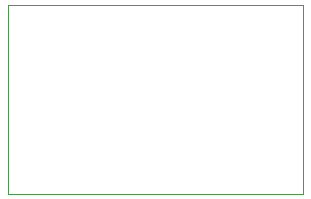
<source format=gm1>
%TF.GenerationSoftware,KiCad,Pcbnew,(6.0.4-0)*%
%TF.CreationDate,2022-04-26T17:29:11+08:00*%
%TF.ProjectId,usb-ttl,7573622d-7474-46c2-9e6b-696361645f70,rev?*%
%TF.SameCoordinates,Original*%
%TF.FileFunction,Profile,NP*%
%FSLAX46Y46*%
G04 Gerber Fmt 4.6, Leading zero omitted, Abs format (unit mm)*
G04 Created by KiCad (PCBNEW (6.0.4-0)) date 2022-04-26 17:29:11*
%MOMM*%
%LPD*%
G01*
G04 APERTURE LIST*
%TA.AperFunction,Profile*%
%ADD10C,0.100000*%
%TD*%
G04 APERTURE END LIST*
D10*
X185000000Y-100000000D02*
X185000000Y-84000000D01*
X160000000Y-100000000D02*
X185000000Y-100000000D01*
X160000000Y-84000000D02*
X160000000Y-100000000D01*
X185000000Y-84000000D02*
X160000000Y-84000000D01*
M02*

</source>
